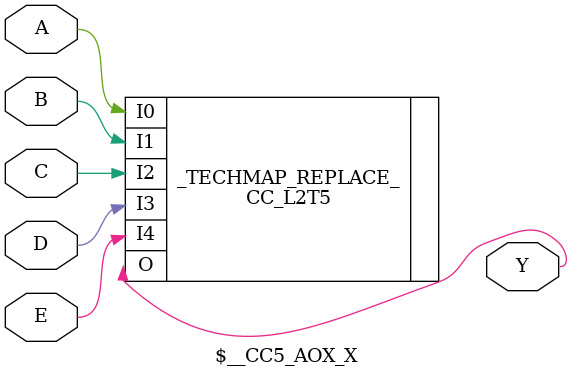
<source format=v>


module \$__ZERO (output Y); assign Y = 1'b0; endmodule
module \$__ONE (output Y); assign Y = 1'b1; endmodule

module \$__CC_BUF (input A, output Y); assign Y = A; endmodule

module \$__CC_MUX (input A, B, C, output Y);
    CC_MX2 _TECHMAP_REPLACE_ (
        .D0(A), .D1(B), .S0(C),
        .Y(Y)
    );
endmodule


module \$__CC2_A (input A, B, output Y);
    CC_LUT2 #(
        .INIT(4'b1000),
    ) _TECHMAP_REPLACE_ (
         .I0(A), .I1(B),
         .O(Y)
    );
endmodule

module \$__CC3_A_O (input A, B, E, output Y);
    CC_L2T4 #(
        .INIT_L00(4'b1010),
        .INIT_L01(4'b1000),
        .INIT_L10(4'b1110),
    ) _TECHMAP_REPLACE_ (
         .I0(E), .I1(), .I2(A), .I3(B),
         .O(Y)
    );
endmodule

module \$__CC3_A_X (input A, B, E, output Y);
    CC_L2T4 #(
        .INIT_L00(4'b1010),
        .INIT_L01(4'b1000),
        .INIT_L10(4'b0110),
    ) _TECHMAP_REPLACE_ (
         .I0(E), .I1(), .I2(A), .I3(B),
         .O(Y)
    );
endmodule

module \$__CC2_O (input A, B, output Y);
    CC_LUT2 #(
        .INIT(4'b1110),
    ) _TECHMAP_REPLACE_ (
         .I0(A), .I1(B),
         .O(Y)
    );
endmodule

module \$__CC3_O_A (input A, B, E, output Y);
    CC_L2T4 #(
        .INIT_L00(4'b1010),
        .INIT_L01(4'b1110),
        .INIT_L10(4'b1000),
    ) _TECHMAP_REPLACE_ (
         .I0(E), .I1(), .I2(A), .I3(B),
         .O(Y)
    );
endmodule

module \$__CC3_O_X (input A, B, E, output Y);
    CC_L2T4 #(
        .INIT_L00(4'b1010),
        .INIT_L01(4'b1110),
        .INIT_L10(4'b0110),
    ) _TECHMAP_REPLACE_ (
         .I0(E), .I1(), .I2(A), .I3(B),
         .O(Y)
    );
endmodule

module \$__CC2_X (input A, B, output Y);
    CC_LUT2 #(
        .INIT(4'b0110),
    ) _TECHMAP_REPLACE_ (
         .I0(A), .I1(B),
         .O(Y)
    );
endmodule

module \$__CC3_X_A (input A, B, E, output Y);
    CC_L2T4 #(
        .INIT_L00(4'b1010),
        .INIT_L01(4'b0110),
        .INIT_L10(4'b1000),
    ) _TECHMAP_REPLACE_ (
         .I0(E), .I1(), .I2(A), .I3(B),
         .O(Y)
    );
endmodule

module \$__CC3_X_O (input A, B, E, output Y);
    CC_L2T4 #(
        .INIT_L00(4'b1010),
        .INIT_L01(4'b0110),
        .INIT_L10(4'b1110),
    ) _TECHMAP_REPLACE_ (
         .I0(E), .I1(), .I2(A), .I3(B),
         .O(Y)
    );
endmodule

module \$__CC3_AA (input A, B, C, output Y);
    CC_L2T4 #(
        .INIT_L00(4'b1000),
        .INIT_L01(4'b1010),
        .INIT_L10(4'b1000),
    ) _TECHMAP_REPLACE_ (
         .I0(A), .I1(B), .I2(C), .I3(),
         .O(Y)
    );
endmodule

module \$__CC4_AA_O (input A, B, C, E, output Y);
    CC_L2T5 #(
        .INIT_L02(4'b1000),
        .INIT_L03(4'b1010),
        .INIT_L11(4'b1000),
        .INIT_L20(4'b1110),
    ) _TECHMAP_REPLACE_ (
         .I0(A), .I1(B), .I2(C), .I3(), .I4(E),
         .O(Y)
    );
endmodule

module \$__CC4_AA_X (input A, B, C, E, output Y);
    CC_L2T5 #(
        .INIT_L02(4'b1000),
        .INIT_L03(4'b1010),
        .INIT_L11(4'b1000),
        .INIT_L20(4'b0110),
    ) _TECHMAP_REPLACE_ (
         .I0(A), .I1(B), .I2(C), .I3(), .I4(E),
         .O(Y)
    );
endmodule

module \$__CC3_OO (input A, B, C, output Y);
    CC_L2T4 #(
        .INIT_L00(4'b1110),
        .INIT_L01(4'b1010),
        .INIT_L10(4'b1110),
    ) _TECHMAP_REPLACE_ (
         .I0(A), .I1(B), .I2(C), .I3(),
         .O(Y)
    );
endmodule

module \$__CC4_OO_A (input A, B, C, E, output Y);
    CC_L2T5 #(
        .INIT_L02(4'b1110),
        .INIT_L03(4'b1010),
        .INIT_L11(4'b1110),
        .INIT_L20(4'b1000),
    ) _TECHMAP_REPLACE_ (
         .I0(A), .I1(B), .I2(C), .I3(), .I4(E),
         .O(Y)
    );
endmodule

module \$__CC4_OO_X (input A, B, C, E, output Y);
    CC_L2T5 #(
        .INIT_L02(4'b1110),
        .INIT_L03(4'b1010),
        .INIT_L11(4'b1110),
        .INIT_L20(4'b0110),
    ) _TECHMAP_REPLACE_ (
         .I0(A), .I1(B), .I2(C), .I3(), .I4(E),
         .O(Y)
    );
endmodule

module \$__CC3_XX (input A, B, C, output Y);
    CC_L2T4 #(
        .INIT_L00(4'b0110),
        .INIT_L01(4'b1010),
        .INIT_L10(4'b0110),
    ) _TECHMAP_REPLACE_ (
         .I0(A), .I1(B), .I2(C), .I3(),
         .O(Y)
    );
endmodule

module \$__CC4_XX_A (input A, B, C, E, output Y);
    CC_L2T5 #(
        .INIT_L02(4'b0110),
        .INIT_L03(4'b1010),
        .INIT_L11(4'b0110),
        .INIT_L20(4'b1000),
    ) _TECHMAP_REPLACE_ (
         .I0(A), .I1(B), .I2(C), .I3(), .I4(E),
         .O(Y)
    );
endmodule

module \$__CC4_XX_O (input A, B, C, E, output Y);
    CC_L2T5 #(
        .INIT_L02(4'b0110),
        .INIT_L03(4'b1010),
        .INIT_L11(4'b0110),
        .INIT_L20(4'b1110),
    ) _TECHMAP_REPLACE_ (
         .I0(A), .I1(B), .I2(C), .I3(), .I4(E),
         .O(Y)
    );
endmodule

module \$__CC3_AO (input A, B, C, output Y);
    CC_L2T4 #(
        .INIT_L00(4'b1000),
        .INIT_L01(4'b1010),
        .INIT_L10(4'b1110),
    ) _TECHMAP_REPLACE_ (
         .I0(A), .I1(B), .I2(C), .I3(),
         .O(Y)
    );
endmodule

module \$__CC4_AO_A (input A, B, C, E, output Y);
    CC_L2T5 #(
        .INIT_L02(4'b1000),
        .INIT_L03(4'b1010),
        .INIT_L11(4'b1110),
        .INIT_L20(4'b1000),
    ) _TECHMAP_REPLACE_ (
         .I0(A), .I1(B), .I2(C), .I3(), .I4(E),
         .O(Y)
    );
endmodule

module \$__CC4_AO_O (input A, B, C, E, output Y);
    CC_L2T5 #(
        .INIT_L02(4'b1000),
        .INIT_L03(4'b1010),
        .INIT_L11(4'b1110),
        .INIT_L20(4'b1110),
    ) _TECHMAP_REPLACE_ (
         .I0(A), .I1(B), .I2(C), .I3(), .I4(E),
         .O(Y)
    );
endmodule

module \$__CC4_AO_X (input A, B, C, E, output Y);
    CC_L2T5 #(
        .INIT_L02(4'b1000),
        .INIT_L03(4'b1010),
        .INIT_L11(4'b1110),
        .INIT_L20(4'b0110),
    ) _TECHMAP_REPLACE_ (
         .I0(A), .I1(B), .I2(C), .I3(), .I4(E),
         .O(Y)
    );
endmodule

module \$__CC3_OA (input A, B, C, output Y);
    CC_L2T4 #(
        .INIT_L00(4'b1110),
        .INIT_L01(4'b1010),
        .INIT_L10(4'b1000),
    ) _TECHMAP_REPLACE_ (
         .I0(A), .I1(B), .I2(C), .I3(),
         .O(Y)
    );
endmodule

module \$__CC4_OA_A (input A, B, C, E, output Y);
    CC_L2T5 #(
        .INIT_L02(4'b1110),
        .INIT_L03(4'b1010),
        .INIT_L11(4'b1000),
        .INIT_L20(4'b1000),
    ) _TECHMAP_REPLACE_ (
         .I0(A), .I1(B), .I2(C), .I3(), .I4(E),
         .O(Y)
    );
endmodule

module \$__CC4_OA_O (input A, B, C, E, output Y);
    CC_L2T5 #(
        .INIT_L02(4'b1110),
        .INIT_L03(4'b1010),
        .INIT_L11(4'b1000),
        .INIT_L20(4'b1110),
    ) _TECHMAP_REPLACE_ (
         .I0(A), .I1(B), .I2(C), .I3(), .I4(E),
         .O(Y)
    );
endmodule

module \$__CC4_OA_X (input A, B, C, E, output Y);
    CC_L2T5 #(
        .INIT_L02(4'b1110),
        .INIT_L03(4'b1010),
        .INIT_L11(4'b1000),
        .INIT_L20(4'b0110),
    ) _TECHMAP_REPLACE_ (
         .I0(A), .I1(B), .I2(C), .I3(), .I4(E),
         .O(Y)
    );
endmodule

module \$__CC3_AX (input A, B, C, output Y);
    CC_L2T4 #(
        .INIT_L00(4'b1000),
        .INIT_L01(4'b1010),
        .INIT_L10(4'b0110),
    ) _TECHMAP_REPLACE_ (
         .I0(A), .I1(B), .I2(C), .I3(),
         .O(Y)
    );
endmodule

module \$__CC4_AX_A (input A, B, C, E, output Y);
    CC_L2T5 #(
        .INIT_L02(4'b1000),
        .INIT_L03(4'b1010),
        .INIT_L11(4'b0110),
        .INIT_L20(4'b1000),
    ) _TECHMAP_REPLACE_ (
         .I0(A), .I1(B), .I2(C), .I3(), .I4(E),
         .O(Y)
    );
endmodule

module \$__CC4_AX_O (input A, B, C, E, output Y);
    CC_L2T5 #(
        .INIT_L02(4'b1000),
        .INIT_L03(4'b1010),
        .INIT_L11(4'b0110),
        .INIT_L20(4'b1110),
    ) _TECHMAP_REPLACE_ (
         .I0(A), .I1(B), .I2(C), .I3(), .I4(E),
         .O(Y)
    );
endmodule

module \$__CC4_AX_X (input A, B, C, E, output Y);
    CC_L2T5 #(
        .INIT_L02(4'b1000),
        .INIT_L03(4'b1010),
        .INIT_L11(4'b0110),
        .INIT_L20(4'b0110),
    ) _TECHMAP_REPLACE_ (
         .I0(A), .I1(B), .I2(C), .I3(), .I4(E),
         .O(Y)
    );
endmodule

module \$__CC3_XA (input A, B, C, output Y);
    CC_L2T4 #(
        .INIT_L00(4'b0110),
        .INIT_L01(4'b1010),
        .INIT_L10(4'b1000),
    ) _TECHMAP_REPLACE_ (
         .I0(A), .I1(B), .I2(C), .I3(),
         .O(Y)
    );
endmodule

module \$__CC4_XA_A (input A, B, C, E, output Y);
    CC_L2T5 #(
        .INIT_L02(4'b0110),
        .INIT_L03(4'b1010),
        .INIT_L11(4'b1000),
        .INIT_L20(4'b1000),
    ) _TECHMAP_REPLACE_ (
         .I0(A), .I1(B), .I2(C), .I3(), .I4(E),
         .O(Y)
    );
endmodule

module \$__CC4_XA_O (input A, B, C, E, output Y);
    CC_L2T5 #(
        .INIT_L02(4'b0110),
        .INIT_L03(4'b1010),
        .INIT_L11(4'b1000),
        .INIT_L20(4'b1110),
    ) _TECHMAP_REPLACE_ (
         .I0(A), .I1(B), .I2(C), .I3(), .I4(E),
         .O(Y)
    );
endmodule

module \$__CC4_XA_X (input A, B, C, E, output Y);
    CC_L2T5 #(
        .INIT_L02(4'b0110),
        .INIT_L03(4'b1010),
        .INIT_L11(4'b1000),
        .INIT_L20(4'b0110),
    ) _TECHMAP_REPLACE_ (
         .I0(A), .I1(B), .I2(C), .I3(), .I4(E),
         .O(Y)
    );
endmodule

module \$__CC4_AAA (input A, B, C, D, output Y);
    CC_L2T4 #(
        .INIT_L00(4'b1000),
        .INIT_L01(4'b1000),
        .INIT_L10(4'b1000),
    ) _TECHMAP_REPLACE_ (
         .I0(A), .I1(B), .I2(C), .I3(D),
         .O(Y)
    );
endmodule

module \$__CC5_AAA_A (input A, B, C, D, E, output Y);
    CC_L2T5 #(
        .INIT_L02(4'b1000),
        .INIT_L03(4'b1000),
        .INIT_L11(4'b1000),
        .INIT_L20(4'b1000),
    ) _TECHMAP_REPLACE_ (
         .I0(A), .I1(B), .I2(C), .I3(D), .I4(E),
         .O(Y)
    );
endmodule

module \$__CC5_AAA_O (input A, B, C, D, E, output Y);
    CC_L2T5 #(
        .INIT_L02(4'b1000),
        .INIT_L03(4'b1000),
        .INIT_L11(4'b1000),
        .INIT_L20(4'b1110),
    ) _TECHMAP_REPLACE_ (
         .I0(A), .I1(B), .I2(C), .I3(D), .I4(E),
         .O(Y)
    );
endmodule

module \$__CC5_AAA_X (input A, B, C, D, E, output Y);
    CC_L2T5 #(
        .INIT_L02(4'b1000),
        .INIT_L03(4'b1000),
        .INIT_L11(4'b1000),
        .INIT_L20(4'b0110),
    ) _TECHMAP_REPLACE_ (
         .I0(A), .I1(B), .I2(C), .I3(D), .I4(E),
         .O(Y)
    );
endmodule

module \$__CC4_AXA (input A, B, C, D, output Y);
    CC_L2T4 #(
        .INIT_L00(4'b1000),
        .INIT_L01(4'b1000),
        .INIT_L10(4'b0110),
    ) _TECHMAP_REPLACE_ (
         .I0(A), .I1(B), .I2(C), .I3(D),
         .O(Y)
    );
endmodule

module \$__CC5_AXA_A (input A, B, C, D, E, output Y);
    CC_L2T5 #(
        .INIT_L02(4'b1000),
        .INIT_L03(4'b1000),
        .INIT_L11(4'b0110),
        .INIT_L20(4'b1000),
    ) _TECHMAP_REPLACE_ (
         .I0(A), .I1(B), .I2(C), .I3(D), .I4(E),
         .O(Y)
    );
endmodule

module \$__CC5_AXA_O (input A, B, C, D, E, output Y);
    CC_L2T5 #(
        .INIT_L02(4'b1000),
        .INIT_L03(4'b1000),
        .INIT_L11(4'b0110),
        .INIT_L20(4'b1110),
    ) _TECHMAP_REPLACE_ (
         .I0(A), .I1(B), .I2(C), .I3(D), .I4(E),
         .O(Y)
    );
endmodule

module \$__CC5_AXA_X (input A, B, C, D, E, output Y);
    CC_L2T5 #(
        .INIT_L02(4'b1000),
        .INIT_L03(4'b1000),
        .INIT_L11(4'b0110),
        .INIT_L20(4'b0110),
    ) _TECHMAP_REPLACE_ (
         .I0(A), .I1(B), .I2(C), .I3(D), .I4(E),
         .O(Y)
    );
endmodule

module \$__CC4_XAX (input A, B, C, D, output Y);
    CC_L2T4 #(
        .INIT_L00(4'b0110),
        .INIT_L01(4'b0110),
        .INIT_L10(4'b1000),
    ) _TECHMAP_REPLACE_ (
         .I0(A), .I1(B), .I2(C), .I3(D),
         .O(Y)
    );
endmodule

module \$__CC5_XAX_A (input A, B, C, D, E, output Y);
    CC_L2T5 #(
        .INIT_L02(4'b0110),
        .INIT_L03(4'b0110),
        .INIT_L11(4'b1000),
        .INIT_L20(4'b1000),
    ) _TECHMAP_REPLACE_ (
         .I0(A), .I1(B), .I2(C), .I3(D), .I4(E),
         .O(Y)
    );
endmodule

module \$__CC5_XAX_O (input A, B, C, D, E, output Y);
    CC_L2T5 #(
        .INIT_L02(4'b0110),
        .INIT_L03(4'b0110),
        .INIT_L11(4'b1000),
        .INIT_L20(4'b1110),
    ) _TECHMAP_REPLACE_ (
         .I0(A), .I1(B), .I2(C), .I3(D), .I4(E),
         .O(Y)
    );
endmodule

module \$__CC5_XAX_X (input A, B, C, D, E, output Y);
    CC_L2T5 #(
        .INIT_L02(4'b0110),
        .INIT_L03(4'b0110),
        .INIT_L11(4'b1000),
        .INIT_L20(4'b0110),
    ) _TECHMAP_REPLACE_ (
         .I0(A), .I1(B), .I2(C), .I3(D), .I4(E),
         .O(Y)
    );
endmodule

module \$__CC4_AAX (input A, B, C, D, output Y);
    CC_L2T4 #(
        .INIT_L00(4'b1000),
        .INIT_L01(4'b0110),
        .INIT_L10(4'b1000),
    ) _TECHMAP_REPLACE_ (
         .I0(A), .I1(B), .I2(C), .I3(D),
         .O(Y)
    );
endmodule

module \$__CC5_AAX_A (input A, B, C, D, E, output Y);
    CC_L2T5 #(
        .INIT_L02(4'b1000),
        .INIT_L03(4'b0110),
        .INIT_L11(4'b1000),
        .INIT_L20(4'b1000),
    ) _TECHMAP_REPLACE_ (
         .I0(A), .I1(B), .I2(C), .I3(D), .I4(E),
         .O(Y)
    );
endmodule

module \$__CC5_AAX_O (input A, B, C, D, E, output Y);
    CC_L2T5 #(
        .INIT_L02(4'b1000),
        .INIT_L03(4'b0110),
        .INIT_L11(4'b1000),
        .INIT_L20(4'b1110),
    ) _TECHMAP_REPLACE_ (
         .I0(A), .I1(B), .I2(C), .I3(D), .I4(E),
         .O(Y)
    );
endmodule

module \$__CC5_AAX_X (input A, B, C, D, E, output Y);
    CC_L2T5 #(
        .INIT_L02(4'b1000),
        .INIT_L03(4'b0110),
        .INIT_L11(4'b1000),
        .INIT_L20(4'b0110),
    ) _TECHMAP_REPLACE_ (
         .I0(A), .I1(B), .I2(C), .I3(D), .I4(E),
         .O(Y)
    );
endmodule

module \$__CC4_AXX (input A, B, C, D, output Y);
    CC_L2T4 #(
        .INIT_L00(4'b1000),
        .INIT_L01(4'b0110),
        .INIT_L10(4'b0110),
    ) _TECHMAP_REPLACE_ (
         .I0(A), .I1(B), .I2(C), .I3(D),
         .O(Y)
    );
endmodule

module \$__CC5_AXX_A (input A, B, C, D, E, output Y);
    CC_L2T5 #(
        .INIT_L02(4'b1000),
        .INIT_L03(4'b0110),
        .INIT_L11(4'b0110),
        .INIT_L20(4'b1000),
    ) _TECHMAP_REPLACE_ (
         .I0(A), .I1(B), .I2(C), .I3(D), .I4(E),
         .O(Y)
    );
endmodule

module \$__CC5_AXX_O (input A, B, C, D, E, output Y);
    CC_L2T5 #(
        .INIT_L02(4'b1000),
        .INIT_L03(4'b0110),
        .INIT_L11(4'b0110),
        .INIT_L20(4'b1110),
    ) _TECHMAP_REPLACE_ (
         .I0(A), .I1(B), .I2(C), .I3(D), .I4(E),
         .O(Y)
    );
endmodule

module \$__CC5_AXX_X (input A, B, C, D, E, output Y);
    CC_L2T5 #(
        .INIT_L02(4'b1000),
        .INIT_L03(4'b0110),
        .INIT_L11(4'b0110),
        .INIT_L20(4'b0110),
    ) _TECHMAP_REPLACE_ (
         .I0(A), .I1(B), .I2(C), .I3(D), .I4(E),
         .O(Y)
    );
endmodule

module \$__CC4_XXX (input A, B, C, D, output Y);
    CC_L2T4 #(
        .INIT_L00(4'b0110),
        .INIT_L01(4'b0110),
        .INIT_L10(4'b0110),
    ) _TECHMAP_REPLACE_ (
         .I0(A), .I1(B), .I2(C), .I3(D),
         .O(Y)
    );
endmodule

module \$__CC5_XXX_A (input A, B, C, D, E, output Y);
    CC_L2T5 #(
        .INIT_L02(4'b0110),
        .INIT_L03(4'b0110),
        .INIT_L11(4'b0110),
        .INIT_L20(4'b1000),
    ) _TECHMAP_REPLACE_ (
         .I0(A), .I1(B), .I2(C), .I3(D), .I4(E),
         .O(Y)
    );
endmodule

module \$__CC5_XXX_O (input A, B, C, D, E, output Y);
    CC_L2T5 #(
        .INIT_L02(4'b0110),
        .INIT_L03(4'b0110),
        .INIT_L11(4'b0110),
        .INIT_L20(4'b1110),
    ) _TECHMAP_REPLACE_ (
         .I0(A), .I1(B), .I2(C), .I3(D), .I4(E),
         .O(Y)
    );
endmodule

module \$__CC5_XXX_X (input A, B, C, D, E, output Y);
    CC_L2T5 #(
        .INIT_L02(4'b0110),
        .INIT_L03(4'b0110),
        .INIT_L11(4'b0110),
        .INIT_L20(4'b0110),
    ) _TECHMAP_REPLACE_ (
         .I0(A), .I1(B), .I2(C), .I3(D), .I4(E),
         .O(Y)
    );
endmodule

module \$__CC4_AAO (input A, B, C, D, output Y);
    CC_L2T4 #(
        .INIT_L00(4'b1000),
        .INIT_L01(4'b1110),
        .INIT_L10(4'b1000),
    ) _TECHMAP_REPLACE_ (
         .I0(A), .I1(B), .I2(C), .I3(D),
         .O(Y)
    );
endmodule

module \$__CC5_AAO_A (input A, B, C, D, E, output Y);
    CC_L2T5 #(
        .INIT_L02(4'b1000),
        .INIT_L03(4'b1110),
        .INIT_L11(4'b1000),
        .INIT_L20(4'b1000),
    ) _TECHMAP_REPLACE_ (
         .I0(A), .I1(B), .I2(C), .I3(D), .I4(E),
         .O(Y)
    );
endmodule

module \$__CC5_AAO_O (input A, B, C, D, E, output Y);
    CC_L2T5 #(
        .INIT_L02(4'b1000),
        .INIT_L03(4'b1110),
        .INIT_L11(4'b1000),
        .INIT_L20(4'b1110),
    ) _TECHMAP_REPLACE_ (
         .I0(A), .I1(B), .I2(C), .I3(D), .I4(E),
         .O(Y)
    );
endmodule

module \$__CC5_AAO_X (input A, B, C, D, E, output Y);
    CC_L2T5 #(
        .INIT_L02(4'b1000),
        .INIT_L03(4'b1110),
        .INIT_L11(4'b1000),
        .INIT_L20(4'b0110),
    ) _TECHMAP_REPLACE_ (
         .I0(A), .I1(B), .I2(C), .I3(D), .I4(E),
         .O(Y)
    );
endmodule

module \$__CC4_AOA (input A, B, C, D, output Y);
    CC_L2T4 #(
        .INIT_L00(4'b1000),
        .INIT_L01(4'b1000),
        .INIT_L10(4'b1110),
    ) _TECHMAP_REPLACE_ (
         .I0(A), .I1(B), .I2(C), .I3(D),
         .O(Y)
    );
endmodule

module \$__CC5_AOA_A (input A, B, C, D, E, output Y);
    CC_L2T5 #(
        .INIT_L02(4'b1000),
        .INIT_L03(4'b1000),
        .INIT_L11(4'b1110),
        .INIT_L20(4'b1000),
    ) _TECHMAP_REPLACE_ (
         .I0(A), .I1(B), .I2(C), .I3(D), .I4(E),
         .O(Y)
    );
endmodule

module \$__CC5_AOA_O (input A, B, C, D, E, output Y);
    CC_L2T5 #(
        .INIT_L02(4'b1000),
        .INIT_L03(4'b1000),
        .INIT_L11(4'b1110),
        .INIT_L20(4'b1110),
    ) _TECHMAP_REPLACE_ (
         .I0(A), .I1(B), .I2(C), .I3(D), .I4(E),
         .O(Y)
    );
endmodule

module \$__CC5_AOA_X (input A, B, C, D, E, output Y);
    CC_L2T5 #(
        .INIT_L02(4'b1000),
        .INIT_L03(4'b1000),
        .INIT_L11(4'b1110),
        .INIT_L20(4'b0110),
    ) _TECHMAP_REPLACE_ (
         .I0(A), .I1(B), .I2(C), .I3(D), .I4(E),
         .O(Y)
    );
endmodule

module \$__CC4_AOX (input A, B, C, D, output Y);
    CC_L2T4 #(
        .INIT_L00(4'b1000),
        .INIT_L01(4'b0110),
        .INIT_L10(4'b1110),
    ) _TECHMAP_REPLACE_ (
         .I0(A), .I1(B), .I2(C), .I3(D),
         .O(Y)
    );
endmodule

module \$__CC5_AOX_A (input A, B, C, D, E, output Y);
    CC_L2T5 #(
        .INIT_L02(4'b1000),
        .INIT_L03(4'b0110),
        .INIT_L11(4'b1110),
        .INIT_L20(4'b1000),
    ) _TECHMAP_REPLACE_ (
         .I0(A), .I1(B), .I2(C), .I3(D), .I4(E),
         .O(Y)
    );
endmodule

module \$__CC5_AOX_O (input A, B, C, D, E, output Y);
    CC_L2T5 #(
        .INIT_L02(4'b1000),
        .INIT_L03(4'b0110),
        .INIT_L11(4'b1110),
        .INIT_L20(4'b1110),
    ) _TECHMAP_REPLACE_ (
         .I0(A), .I1(B), .I2(C), .I3(D), .I4(E),
         .O(Y)
    );
endmodule

module \$__CC5_AOX_X (input A, B, C, D, E, output Y);
    CC_L2T5 #(
        .INIT_L02(4'b1000),
        .INIT_L03(4'b0110),
        .INIT_L11(4'b1110),
        .INIT_L20(4'b0110),
    ) _TECHMAP_REPLACE_ (
         .I0(A), .I1(B), .I2(C), .I3(D), .I4(E),
         .O(Y)
    );
endmodule

</source>
